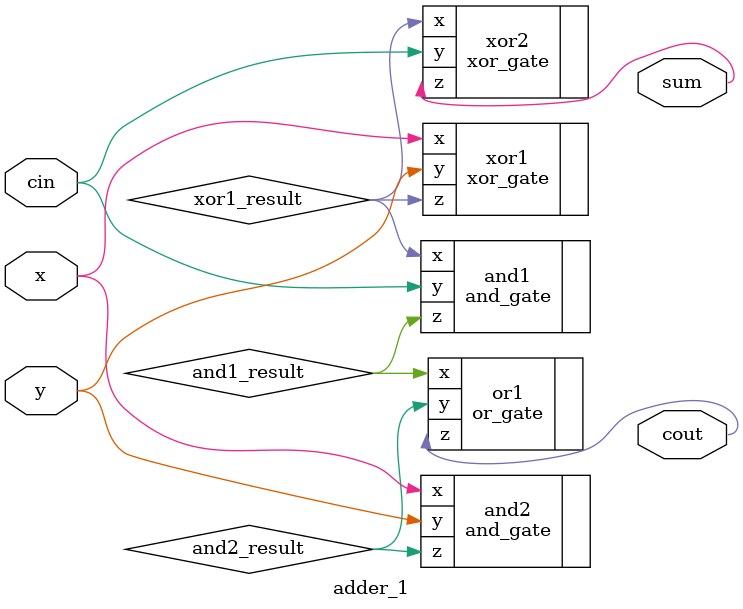
<source format=v>
module alu32(input [31:0] operand_a, 
		input [31:0] operand_b,
		input [3:0] control,
		output cout,
		output overflow,
		output zero,
		output [31:0] result);

	// high and low signals
	wire [31:0] gnd;
	wire [31:0] vdd;
	assign gnd = 32'b0;
	assign vdd = 32'hFFFFFFFF;

	// result signals
	wire [31:0] arith_result;
	wire [31:0] or_result;
	wire [31:0] and_result;
	wire [31:0] xor_result;
	wire [31:0] sll_result;
	wire [31:0] srl_result;
	wire [31:0] slt_result;
	wire [31:0] sltu_result;
	
	//result choosing signals
	wire [31:0] arith_and_result;
	wire [31:0] or_xor_result;
	wire [31:0] sll_srl_result;
	wire [31:0] slt_sltu_result;
	wire [31:0] stage2_0_result;
	wire [31:0] stage2_1_result;


	wire [31:0] a_in;
	wire [31:0] b_in;
	wire [31:0] cout_prop;

	wire srl0, srl1, srl2, srl3, srl4;
	wire [31:0] srl0_out;
	wire [31:0] srl1_out;
	wire [31:0] srl2_out;
	wire [31:0] srl3_out;
	wire [31:0] srl4_out;

	wire sll0, sll1, sll2, sll3, sll4;
        wire [31:0] sll0_out;
        wire [31:0] sll1_out;
        wire [31:0] sll2_out;
        wire [31:0] sll3_out;
        wire [31:0] sll4_out;


	wire [31:0] zero_mux_out;

	// condtions
	mux_32 zero_mux(.sel(result), .src0(32'b1), .src1(32'b0), .z(zero_mux_out));
	assign zero = zero_mux_out[0];
	assign cout = cout_prop[31];
	xor_gate overflow_xor(cout_prop[30], cout_prop[31], overflow);


	// control
	//
	// choosing result
	mux_32 arith_and(.sel({31'b0,control[1]}), .src0(arith_result), .src1(and_result), .z(arith_and_result));
	mux_32 or_xor(.sel({31'b0,control[1]}), .src0(or_result), .src1(xor_result), .z(or_xor_result));
	mux_32 sll_srl(.sel({31'b0,control[1]}), .src0(sll_result), .src1(srl_result), .z(sll_srl_result));
	mux_32 slt_sltu(.sel({31'b0,control[1]}), .src0(slt_result), .src1(sltu_result), .z(slt_sltu_result));

	mux_32 arith_or(.sel({31'b0,control[2]}), .src0(arith_and_result), .src1(or_xor_result), .z(stage2_0_result));
	mux_32 sll_sltu(.sel({31'b0,control[2]}), .src0(sll_srl_result), .src1(slt_sltu_result), .z(stage2_1_result));
		
	mux_32 result_mux({31'b0,control[3]},stage2_0_result, stage2_1_result, result);
	
	xor_gate_32 negate_b(operand_b, {32{sub_signal}}, b_in);

	assign a_in = operand_a;
	and_gate slt_and(control[3], control[2], slt_signal);
	or_gate cin_or(control[0], slt_signal, sub_signal);
	
	assign cin = sub_signal;
	

	assign srl0 = operand_b[0];
	assign srl1 = operand_b[1];
	assign srl2 = operand_b[2];
	assign srl3 = operand_b[3];
	assign srl4 = operand_b[3];

	assign sll0 = operand_b[0];
        assign sll1 = operand_b[1];
        assign sll2 = operand_b[2];
        assign sll3 = operand_b[3];
        assign sll4 = operand_b[3];


	// arithmetic
	genvar i;
	generate
		for (i =0;i < 32;i= i+1) begin
		if (i==0)
			adder_1 a0(.x(a_in[0]),
				   .y(b_in[0]),
			   	   .cin(cin),
				   .sum(arith_result[0]),
				   .cout(cout_prop[0]));
		else
			adder_1 a_mid(.x(a_in[i]),
                                    .y(b_in[i]),
                                    .cin(cout_prop[i-1]),
                                    .sum(arith_result[i]),
                                    .cout(cout_prop[i]));
		    end
	    endgenerate
	
	// logic
	xor_gate_32 my_xor(.x(operand_a), .y(operand_b), .z(xor_result));
	or_gate_32 my_or(.x(operand_a), .y(operand_b), .z(or_result));
	and_gate_32 my_and(.x(operand_a), .y(operand_b), .z(and_result));

	// shift right
	
	genvar j;
	genvar k;
	generate 
		for (k=0; k<5; k=k+1) begin
		for (j=0; j<32; j=j+1) begin
			if (k==0) begin
				if (j == 31)
					mux srl_0end(.sel(srl0), .src0(operand_a[j]), .src1(1'b0), .z(srl0_out[j]));
				else
					mux srl_0(.sel(srl0), .src0(operand_a[j]), .src1(operand_a[j+1]), .z(srl0_out[j]));
			end
			else if (k==1) begin
				if (j > 29)
					mux srl_1end(.sel(srl1), .src0(srl0_out[j]), .src1(1'b0), .z(srl1_out[j]));
				else 
					mux srl_1(.sel(srl1), .src0(srl0_out[j]), .src1(srl0_out[j+2]), .z(srl1_out[j]));
			end
			else if (k==2) begin
				if (j > 27)
					mux srl_2end(.sel(srl2), .src0(srl1_out[j]), .src1(1'b0), .z(srl2_out[j]));
				else
					mux srl_2(.sel(srl2), .src0(srl1_out[j]), .src1(srl1_out[j+4]), .z(srl2_out[j]));
			end
			else if (k==3) begin
				if (j > 23)
					mux srl_3end(.sel(srl3), .src0(srl2_out[j]), .src1(1'b0), .z(srl3_out[j]));
				else
					mux srl_3(.sel(srl3), .src0(srl2_out[j]), .src1(srl2_out[j+8]), .z(srl3_out[j]));
			end
			else begin
				if (j >15)
					mux srl_4end(.sel(srl4), .src0(srl3_out[j]), .src1(1'b0), .z(srl_result[j]));
				else
					mux srl_4(.sel(srl4), .src0(srl3_out[j]), .src1(srl3_out[j+16]), .z(srl_result[j]));
			end
		end
	end
	endgenerate

	// shift left

	genvar kk;
	genvar jj;	
	generate
                for (kk=0; kk<5; kk=kk+1) begin
                for (jj=0; jj<32; jj=jj+1) begin
                        if (kk==0) begin
                                if (jj == 0)
                                        mux sll_0end(.sel(sll0), .src0(operand_a[jj]), .src1(1'b0), .z(sll0_out[jj]));
                                else
                                        mux sll_0(.sel(sll0), .src0(operand_a[jj]), .src1(operand_a[jj-1]), .z(sll0_out[jj]));
                        end
                        else if (kk==1) begin
                                if (jj < 2)
                                        mux sll_1end(.sel(sll1), .src0(sll0_out[jj]), .src1(1'b0), .z(sll1_out[jj]));
                                else
                                        mux sll_1(.sel(sll1), .src0(sll0_out[jj]), .src1(sll0_out[jj-2]), .z(sll1_out[jj]));
                        end
                        else if (kk==2) begin
                                if (jj < 4)
                                        mux sll_2end(.sel(sll2), .src0(sll1_out[jj]), .src1(1'b0), .z(sll2_out[jj]));
                                else
                                        mux sll_2(.sel(sll2), .src0(sll1_out[jj]), .src1(sll1_out[jj-4]), .z(sll2_out[jj]));
                        end
                        else if (kk==3) begin
                                if (jj < 8)
                                        mux sll_3end(.sel(sll3), .src0(sll2_out[jj]), .src1(1'b0), .z(sll3_out[jj]));
                                else
                                        mux sll_3(.sel(sll3), .src0(sll2_out[jj]), .src1(sll2_out[jj-8]), .z(sll3_out[jj]));
                        end
                        else begin
                                if (jj < 16)
                                        mux sll_4end(.sel(sll4), .src0(sll3_out[jj]), .src1(1'b0), .z(sll_result[jj]));
                                else
                                        mux sll_4(.sel(sll4), .src0(sll3_out[jj]), .src1(sll3_out[jj-16]), .z(sll_result[jj]));
                        end
                end
        end
        endgenerate



	// condtional
	assign slt_result = {32'b0, arith_result[31]};
	not_gate inv_cout(cout, cout_inv);
	assign sltu_result = {32'b0, cout_inv};

endmodule

module adder_1 (input x,
                input y,
                input cin,
                output sum,
                output cout);

    wire xor1_result;
    wire and1_result;
    wire and2_result;
    wire and3_result;
    wire or1_result;

    xor_gate xor1(.x(x),.y( y),.z( xor1_result));
    xor_gate xor2(.x(xor1_result),.y( cin), .z(sum));

    and_gate and1(.x(xor1_result), .y(cin), .z(and1_result));
    and_gate and2(.x(x),.y( y), .z(and2_result));

    or_gate or1(.x(and1_result), .y(and2_result), .z(cout));
endmodule


</source>
